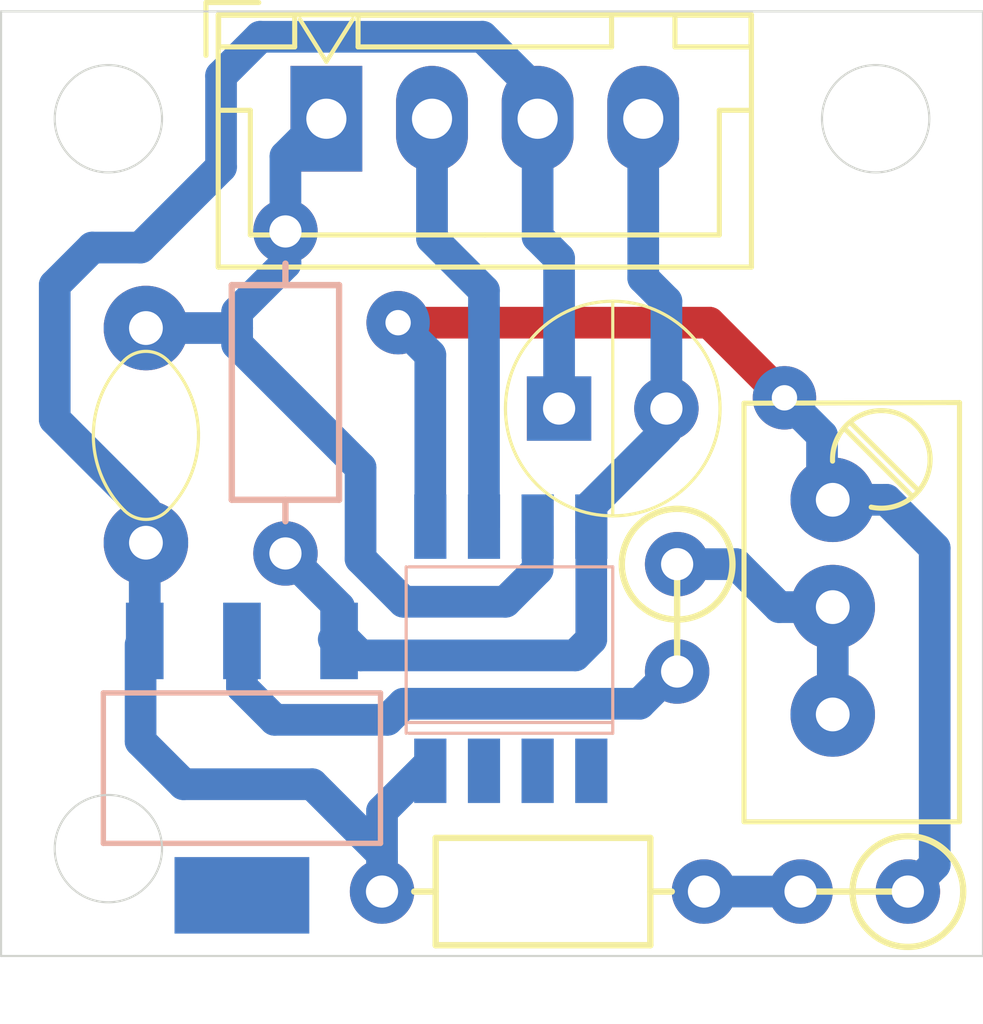
<source format=kicad_pcb>
(kicad_pcb (version 20171130) (host pcbnew "(5.1.5)-3")

  (general
    (thickness 1.6)
    (drawings 7)
    (tracks 79)
    (zones 0)
    (modules 10)
    (nets 9)
  )

  (page A4)
  (layers
    (0 F.Cu signal)
    (31 B.Cu signal)
    (32 B.Adhes user)
    (33 F.Adhes user)
    (34 B.Paste user)
    (35 F.Paste user)
    (36 B.SilkS user)
    (37 F.SilkS user)
    (38 B.Mask user)
    (39 F.Mask user)
    (40 Dwgs.User user)
    (41 Cmts.User user)
    (42 Eco1.User user)
    (43 Eco2.User user)
    (44 Edge.Cuts user)
    (45 Margin user)
    (46 B.CrtYd user)
    (47 F.CrtYd user)
    (48 B.Fab user)
    (49 F.Fab user)
  )

  (setup
    (last_trace_width 0.75)
    (trace_clearance 0.2)
    (zone_clearance 0.508)
    (zone_45_only no)
    (trace_min 0.2)
    (via_size 1.5)
    (via_drill 0.6)
    (via_min_size 0.4)
    (via_min_drill 0.3)
    (uvia_size 0.3)
    (uvia_drill 0.1)
    (uvias_allowed no)
    (uvia_min_size 0.2)
    (uvia_min_drill 0.1)
    (edge_width 0.05)
    (segment_width 0.2)
    (pcb_text_width 0.3)
    (pcb_text_size 1.5 1.5)
    (mod_edge_width 0.12)
    (mod_text_size 1 1)
    (mod_text_width 0.15)
    (pad_size 1.524 1.524)
    (pad_drill 0.762)
    (pad_to_mask_clearance 0.051)
    (solder_mask_min_width 0.25)
    (aux_axis_origin 0 0)
    (visible_elements 7FFFFFFF)
    (pcbplotparams
      (layerselection 0x010fc_ffffffff)
      (usegerberextensions false)
      (usegerberattributes false)
      (usegerberadvancedattributes false)
      (creategerberjobfile false)
      (excludeedgelayer true)
      (linewidth 0.100000)
      (plotframeref false)
      (viasonmask false)
      (mode 1)
      (useauxorigin false)
      (hpglpennumber 1)
      (hpglpenspeed 20)
      (hpglpendiameter 15.000000)
      (psnegative false)
      (psa4output false)
      (plotreference true)
      (plotvalue true)
      (plotinvisibletext false)
      (padsonsilk false)
      (subtractmaskfromsilk false)
      (outputformat 1)
      (mirror false)
      (drillshape 1)
      (scaleselection 1)
      (outputdirectory ""))
  )

  (net 0 "")
  (net 1 GND)
  (net 2 +15V)
  (net 3 "Net-(R2-Pad1)")
  (net 4 "Net-(R2-Pad2)")
  (net 5 "Net-(R4-Pad2)")
  (net 6 "Net-(R4-Pad1)")
  (net 7 /CurProt)
  (net 8 /CurSense)

  (net_class Default "Questo è il gruppo di collegamenti predefinito"
    (clearance 0.2)
    (trace_width 0.75)
    (via_dia 1.5)
    (via_drill 0.6)
    (uvia_dia 0.3)
    (uvia_drill 0.1)
    (add_net +15V)
    (add_net /CurProt)
    (add_net /CurSense)
    (add_net GND)
    (add_net "Net-(R2-Pad1)")
    (add_net "Net-(R2-Pad2)")
    (add_net "Net-(R4-Pad1)")
    (add_net "Net-(R4-Pad2)")
  )

  (module SOIC:SOIC-8 placed (layer B.Cu) (tedit 5E749AF7) (tstamp 5E757512)
    (at 145.034 89.281 180)
    (path /5E7F17EE)
    (fp_text reference U1 (at -3.26 0.3995) (layer Eco1.User)
      (effects (font (size 0.5 0.5) (thickness 0.1)))
    )
    (fp_text value LM393 (at -1.9685 -0.5715) (layer Eco2.User)
      (effects (font (size 0.5 0.5) (thickness 0.1)))
    )
    (fp_line (start 0.5715 -1.9685) (end 0.5715 1.9685) (layer B.SilkS) (width 0.075))
    (fp_line (start -4.318 -1.7145) (end 0.508 -1.7145) (layer B.SilkS) (width 0.075))
    (fp_line (start 0.508 -1.9685) (end -4.318 -1.9685) (layer B.SilkS) (width 0.075))
    (fp_line (start -4.318 1.9685) (end -4.318 -1.9685) (layer B.SilkS) (width 0.075))
    (fp_line (start 0.508 1.9685) (end -4.318 1.9685) (layer B.SilkS) (width 0.075))
    (pad 1 smd rect (at -3.81 -2.8575 180) (size 0.762 1.524) (layers B.Cu B.Paste B.Mask))
    (pad 2 smd rect (at -2.54 -2.8575 180) (size 0.762 1.524) (layers B.Cu B.Paste B.Mask))
    (pad 3 smd rect (at -1.27 -2.8575 180) (size 0.762 1.524) (layers B.Cu B.Paste B.Mask))
    (pad 4 smd rect (at 0 -2.8575 180) (size 0.762 1.524) (layers B.Cu B.Paste B.Mask)
      (net 1 GND))
    (pad 5 smd rect (at 0 2.921 180) (size 0.762 1.524) (layers B.Cu B.Paste B.Mask)
      (net 3 "Net-(R2-Pad1)"))
    (pad 6 smd rect (at -1.27 2.921 180) (size 0.762 1.524) (layers B.Cu B.Paste B.Mask)
      (net 8 /CurSense))
    (pad 7 smd rect (at -2.54 2.921 180) (size 0.762 1.524) (layers B.Cu B.Paste B.Mask)
      (net 7 /CurProt))
    (pad 8 smd rect (at -3.81 2.921 180) (size 0.762 1.524) (layers B.Cu B.Paste B.Mask)
      (net 2 +15V))
    (model ${MODELS}/SOIC-8.wrl
      (offset (xyz -1.9 0 0))
      (scale (xyz 1 1 1))
      (rotate (xyz 0 0 -90))
    )
  )

  (module Condensatori:C_L5_W2.7_P5.08 (layer F.Cu) (tedit 5AC35620) (tstamp 5E75753B)
    (at 138.303 81.661 270)
    (path /5E89F492)
    (fp_text reference C1 (at 1.016 -1.524 90) (layer Eco1.User)
      (effects (font (size 0.5 0.5) (thickness 0.1)))
    )
    (fp_text value 10n (at 2.159 0 90) (layer Eco2.User)
      (effects (font (size 0.5 0.5) (thickness 0.1)))
    )
    (fp_arc (start 2.54 1.27) (end 0.762 -0.508) (angle 90) (layer F.SilkS) (width 0.075))
    (fp_arc (start 3.81 0) (end 4.318 -0.508) (angle 90) (layer F.SilkS) (width 0.075))
    (fp_arc (start 2.54 -1.27) (end 4.318 0.508) (angle 90) (layer F.SilkS) (width 0.075))
    (fp_arc (start 1.27 0) (end 0.762 0.508) (angle 90) (layer F.SilkS) (width 0.075))
    (pad 2 thru_hole circle (at 5.08 0 270) (size 2 2) (drill 0.8) (layers *.Cu *.Mask)
      (net 1 GND))
    (pad 1 thru_hole circle (at 0 0 270) (size 2 2) (drill 0.8) (layers *.Cu *.Mask)
      (net 7 /CurProt))
    (model ${MODELS}/C_L5_W2.7_P5.08.wrl
      (at (xyz 0 0 0))
      (scale (xyz 1 1 1))
      (rotate (xyz 0 0 0))
    )
  )

  (module Condensatori:CP_D5_P2.54 (layer F.Cu) (tedit 5C9C8FE1) (tstamp 5E757554)
    (at 149.352 83.566)
    (descr "Radial Electrolytic Capacitor, Diameter 6.3mm x Length 11.2mm, Pitch 2.5mm")
    (tags "Electrolytic Capacitor")
    (path /5E753560)
    (fp_text reference CP1 (at 0 -3.048) (layer Eco1.User)
      (effects (font (size 1 1) (thickness 0.15)))
    )
    (fp_text value 10u (at -3.175 -1.27 270) (layer Eco2.User)
      (effects (font (size 1 1) (thickness 0.15)))
    )
    (fp_line (start 0 -2.54) (end 0 2.54) (layer F.SilkS) (width 0.075))
    (fp_circle (center 0 0) (end 2.54 0) (layer F.SilkS) (width 0.075))
    (pad 1 thru_hole rect (at -1.27 0) (size 1.524 1.524) (drill 0.762) (layers *.Cu *.Mask)
      (net 1 GND))
    (pad 2 thru_hole circle (at 1.27 0) (size 1.524 1.524) (drill 0.762) (layers *.Cu *.Mask)
      (net 2 +15V))
    (model ${MODELS}/CP_D5_P2.54.wrl
      (offset (xyz -1.269999980926514 0 0))
      (scale (xyz 1 1 1))
      (rotate (xyz 0 0 0))
    )
  )

  (module Resistenze:R_P2.54V (layer F.Cu) (tedit 5C9C95EB) (tstamp 5E749BAF)
    (at 156.337 94.996 180)
    (path /5E8BA787)
    (fp_text reference R2 (at 1.27 -2.31) (layer Eco1.User)
      (effects (font (size 1 1) (thickness 0.15)))
    )
    (fp_text value 56 (at 1.27 -1.905) (layer Eco2.User)
      (effects (font (size 1 1) (thickness 0.15)))
    )
    (fp_line (start 0 0) (end 2.54 0) (layer F.SilkS) (width 0.15))
    (fp_circle (center 0 0) (end 1.31 0) (layer F.SilkS) (width 0.15))
    (pad 2 thru_hole circle (at 2.54 0 180) (size 1.524 1.524) (drill 0.762) (layers *.Cu *.Mask)
      (net 4 "Net-(R2-Pad2)"))
    (pad 1 thru_hole circle (at 0 0 180) (size 1.524 1.524) (drill 0.762) (layers *.Cu *.Mask)
      (net 3 "Net-(R2-Pad1)"))
    (model ${MODELS}/R_P2.54V.wrl
      (at (xyz 0 0 0))
      (scale (xyz 0.393701 0.393701 0.393701))
      (rotate (xyz 0 0 0))
    )
  )

  (module Resistenze:R_P2.54V (layer F.Cu) (tedit 5C9C95EB) (tstamp 5E75757E)
    (at 150.876 87.249 270)
    (path /5E8B65CD)
    (fp_text reference R4 (at 1.27 -2.31 90) (layer Eco1.User)
      (effects (font (size 1 1) (thickness 0.15)))
    )
    (fp_text value 10k (at 1.905 -1.905 90) (layer Eco2.User)
      (effects (font (size 1 1) (thickness 0.15)))
    )
    (fp_line (start 0 0) (end 2.54 0) (layer F.SilkS) (width 0.15))
    (fp_circle (center 0 0) (end 1.31 0) (layer F.SilkS) (width 0.15))
    (pad 2 thru_hole circle (at 2.54 0 270) (size 1.524 1.524) (drill 0.762) (layers *.Cu *.Mask)
      (net 5 "Net-(R4-Pad2)"))
    (pad 1 thru_hole circle (at 0 0 270) (size 1.524 1.524) (drill 0.762) (layers *.Cu *.Mask)
      (net 6 "Net-(R4-Pad1)"))
    (model ${MODELS}/R_P2.54V.wrl
      (at (xyz 0 0 0))
      (scale (xyz 0.393701 0.393701 0.393701))
      (rotate (xyz 0 0 0))
    )
  )

  (module Trimmer:Bourns_3296 (layer F.Cu) (tedit 5E74FAD6) (tstamp 5E7574A4)
    (at 154.559 85.725 90)
    (descr "Spindle Trimmer Potentiometer, Bourns 3296W, https://www.bourns.com/pdfs/3296.pdf")
    (tags "Spindle Trimmer Potentiometer   Bourns 3296W")
    (path /5E8CB911)
    (fp_text reference RV1 (at -5.969 -1.778 90) (layer Eco1.User)
      (effects (font (size 0.5 0.5) (thickness 0.1)))
    )
    (fp_text value 10k (at -6.985 1.27 180) (layer Eco2.User)
      (effects (font (size 0.5 0.5) (thickness 0.1)))
    )
    (fp_line (start 1.691 0.275) (end 0.079 1.885) (layer F.SilkS) (width 0.12))
    (fp_line (start 1.831 0.416) (end 0.22 2.026) (layer F.SilkS) (width 0.12))
    (fp_line (start 2.285 -2.1) (end 2.3 3) (layer F.SilkS) (width 0.12))
    (fp_line (start -7.62 -2.1) (end -7.62 3) (layer F.SilkS) (width 0.12))
    (fp_line (start -7.62 3) (end 2.3 3) (layer F.SilkS) (width 0.12))
    (fp_line (start -7.62 -2.1) (end 2.285 -2.1) (layer F.SilkS) (width 0.12))
    (fp_arc (start 0.955 1.15) (end -0.174 0.91) (angle -103) (layer F.SilkS) (width 0.12))
    (fp_arc (start 0.955 1.15) (end 0.955 2.305) (angle -182) (layer F.SilkS) (width 0.12))
    (pad 3 thru_hole circle (at -5.08 0 90) (size 2 2) (drill 0.8) (layers *.Cu *.Mask)
      (net 6 "Net-(R4-Pad1)"))
    (pad 2 thru_hole circle (at -2.54 0 90) (size 2 2) (drill 0.8) (layers *.Cu *.Mask)
      (net 6 "Net-(R4-Pad1)"))
    (pad 1 thru_hole circle (at 0 0 90) (size 2 2) (drill 0.8) (layers *.Cu *.Mask)
      (net 3 "Net-(R2-Pad1)"))
    (model "${MODELS}/Bourns 3296.wrl"
      (at (xyz 0 0 0))
      (scale (xyz 400 400 400))
      (rotate (xyz -90 0 0))
    )
    (model "${FPRINTS}/3D/bourns 3296.wrl"
      (at (xyz 0 0 0))
      (scale (xyz 1 1 1))
      (rotate (xyz 0 0 0))
    )
  )

  (module SOT:SOT-223 (layer B.Cu) (tedit 5E181920) (tstamp 5E7574CB)
    (at 140.575 92.075 270)
    (path /5E8A9665)
    (fp_text reference U2 (at 0 -0.381 90) (layer Eco1.User)
      (effects (font (size 0.5 0.5) (thickness 0.1)))
    )
    (fp_text value LD1117 (at 0.127 0.508 90) (layer Eco2.User)
      (effects (font (size 0.5 0.5) (thickness 0.1)))
    )
    (fp_line (start 1.78 3.28) (end -1.78 3.28) (layer B.SilkS) (width 0.127))
    (fp_line (start -1.78 3.28) (end -1.78 -3.28) (layer B.SilkS) (width 0.127))
    (fp_line (start -1.78 -3.28) (end 1.78 -3.28) (layer B.SilkS) (width 0.127))
    (fp_line (start 1.78 -3.28) (end 1.78 3.28) (layer B.SilkS) (width 0.127))
    (pad 1 smd rect (at -3.01 2.3 270) (size 1.81 0.89) (layers B.Cu B.Paste B.Mask)
      (net 1 GND))
    (pad 2 smd rect (at -3.01 0 270) (size 1.81 0.89) (layers B.Cu B.Paste B.Mask)
      (net 5 "Net-(R4-Pad2)"))
    (pad 3 smd rect (at -3.01 -2.3 270) (size 1.81 0.89) (layers B.Cu B.Paste B.Mask)
      (net 2 +15V))
    (pad 4 smd rect (at 3.01 0 270) (size 1.81 3.19) (layers B.Cu B.Paste B.Mask))
    (model ${FPRINTS}/3D/SOT-223.STEP
      (offset (xyz -11.25 0.25 -8.5))
      (scale (xyz 1 1 1))
      (rotate (xyz -90 0 180))
    )
  )

  (module Connettori_JST_XH:1x04_P2.54 (layer F.Cu) (tedit 5E74FB9F) (tstamp 5E7571C9)
    (at 142.574 76.708)
    (descr "JST XH series connector, B4B-XH-A (http://www.jst-mfg.com/product/pdf/eng/eXH.pdf), generated with kicad-footprint-generator")
    (tags "connector JST XH vertical")
    (path /5E757EF7)
    (fp_text reference J1 (at -2.032 4.572) (layer Eco1.User)
      (effects (font (size 1 1) (thickness 0.15)))
    )
    (fp_text value OCP (at 3.75 4.6) (layer Eco2.User)
      (effects (font (size 1 1) (thickness 0.15)))
    )
    (fp_line (start -2.85 -2.75) (end -2.85 -1.5) (layer F.SilkS) (width 0.12))
    (fp_line (start -1.6 -2.75) (end -2.85 -2.75) (layer F.SilkS) (width 0.12))
    (fp_line (start 9.3 2.75) (end 3.75 2.75) (layer F.SilkS) (width 0.12))
    (fp_line (start 9.3 -0.2) (end 9.3 2.75) (layer F.SilkS) (width 0.12))
    (fp_line (start 10.05 -0.2) (end 9.3 -0.2) (layer F.SilkS) (width 0.12))
    (fp_line (start -1.8 2.75) (end 3.75 2.75) (layer F.SilkS) (width 0.12))
    (fp_line (start -1.8 -0.2) (end -1.8 2.75) (layer F.SilkS) (width 0.12))
    (fp_line (start -2.55 -0.2) (end -1.8 -0.2) (layer F.SilkS) (width 0.12))
    (fp_line (start 10.05 -2.45) (end 8.25 -2.45) (layer F.SilkS) (width 0.12))
    (fp_line (start 10.05 -1.7) (end 10.05 -2.45) (layer F.SilkS) (width 0.12))
    (fp_line (start 8.25 -1.7) (end 10.05 -1.7) (layer F.SilkS) (width 0.12))
    (fp_line (start 8.25 -2.45) (end 8.25 -1.7) (layer F.SilkS) (width 0.12))
    (fp_line (start -0.75 -2.45) (end -2.55 -2.45) (layer F.SilkS) (width 0.12))
    (fp_line (start -0.75 -1.7) (end -0.75 -2.45) (layer F.SilkS) (width 0.12))
    (fp_line (start -2.55 -1.7) (end -0.75 -1.7) (layer F.SilkS) (width 0.12))
    (fp_line (start -2.55 -2.45) (end -2.55 -1.7) (layer F.SilkS) (width 0.12))
    (fp_line (start 6.75 -2.45) (end 0.75 -2.45) (layer F.SilkS) (width 0.12))
    (fp_line (start 6.75 -1.7) (end 6.75 -2.45) (layer F.SilkS) (width 0.12))
    (fp_line (start 0.75 -1.7) (end 6.75 -1.7) (layer F.SilkS) (width 0.12))
    (fp_line (start 0.75 -2.45) (end 0.75 -1.7) (layer F.SilkS) (width 0.12))
    (fp_line (start 0 -1.35) (end 0.625 -2.35) (layer F.SilkS) (width 0.1))
    (fp_line (start -0.625 -2.35) (end 0 -1.35) (layer F.SilkS) (width 0.1))
    (fp_line (start 10.06 -2.46) (end -2.56 -2.46) (layer F.SilkS) (width 0.12))
    (fp_line (start 10.06 3.51) (end 10.06 -2.46) (layer F.SilkS) (width 0.12))
    (fp_line (start -2.56 3.51) (end 10.06 3.51) (layer F.SilkS) (width 0.12))
    (fp_line (start -2.56 -2.46) (end -2.56 3.51) (layer F.SilkS) (width 0.12))
    (pad 4 thru_hole oval (at 7.5 0) (size 1.7 2.5) (drill 0.95) (layers *.Cu *.Mask)
      (net 2 +15V))
    (pad 3 thru_hole oval (at 5 0) (size 1.7 2.5) (drill 0.95) (layers *.Cu *.Mask)
      (net 1 GND))
    (pad 2 thru_hole oval (at 2.5 0) (size 1.7 2.5) (drill 0.95) (layers *.Cu *.Mask)
      (net 8 /CurSense))
    (pad 1 thru_hole rect (at 0 0) (size 1.7 2.5) (drill 0.95) (layers *.Cu *.Mask)
      (net 7 /CurProt))
    (model ${MODELS}/JST_XH_1x04_P2.54.wrl
      (at (xyz 0 0 0))
      (scale (xyz 1 1 1))
      (rotate (xyz 0 0 0))
    )
  )

  (module Resistenze:R_P7.62H (layer F.Cu) (tedit 5C9C95DE) (tstamp 5E7574EC)
    (at 147.701 94.996 180)
    (descr "Resistor, Axial,  RM 10mm, 1/3W")
    (tags "Resistor Axial RM 10mm 1/3W")
    (path /5E9105C9)
    (fp_text reference R3 (at -0.508 -2.032) (layer Eco1.User)
      (effects (font (size 1 1) (thickness 0.15)))
    )
    (fp_text value 1k (at -0.508 0) (layer Eco2.User)
      (effects (font (size 1 1) (thickness 0.15)))
    )
    (fp_line (start 2.54 0) (end 3.048 0) (layer F.SilkS) (width 0.15))
    (fp_line (start -2.54 0) (end -3.048 0) (layer F.SilkS) (width 0.15))
    (fp_line (start -2.54 -1.27) (end -2.54 1.27) (layer F.SilkS) (width 0.15))
    (fp_line (start -2.54 1.27) (end 2.54 1.27) (layer F.SilkS) (width 0.15))
    (fp_line (start 2.54 1.27) (end 2.54 -1.27) (layer F.SilkS) (width 0.15))
    (fp_line (start 2.54 -1.27) (end -2.54 -1.27) (layer F.SilkS) (width 0.15))
    (pad 1 thru_hole circle (at -3.81 0 180) (size 1.524 1.524) (drill 0.762) (layers *.Cu *.Mask)
      (net 4 "Net-(R2-Pad2)"))
    (pad 2 thru_hole circle (at 3.81 0 180) (size 1.524 1.524) (drill 0.762) (layers *.Cu *.Mask)
      (net 1 GND))
    (model ${MODELS}/R_P7.62H.wrl
      (offset (xyz -3.809999942779541 0 0))
      (scale (xyz 0.4 0.4 0.4))
      (rotate (xyz 0 0 0))
    )
  )

  (module Resistenze:R_P7.62H (layer B.Cu) (tedit 5C9C95DE) (tstamp 5E757AD5)
    (at 141.605 83.185 90)
    (descr "Resistor, Axial,  RM 10mm, 1/3W")
    (tags "Resistor Axial RM 10mm 1/3W")
    (path /5E88C096)
    (fp_text reference R1 (at -0.508 2.032 270) (layer Eco1.User)
      (effects (font (size 1 1) (thickness 0.15)))
    )
    (fp_text value 2k2 (at -0.508 0 270) (layer Eco2.User)
      (effects (font (size 1 1) (thickness 0.15)))
    )
    (fp_line (start 2.54 0) (end 3.048 0) (layer B.SilkS) (width 0.15))
    (fp_line (start -2.54 0) (end -3.048 0) (layer B.SilkS) (width 0.15))
    (fp_line (start -2.54 1.27) (end -2.54 -1.27) (layer B.SilkS) (width 0.15))
    (fp_line (start -2.54 -1.27) (end 2.54 -1.27) (layer B.SilkS) (width 0.15))
    (fp_line (start 2.54 -1.27) (end 2.54 1.27) (layer B.SilkS) (width 0.15))
    (fp_line (start 2.54 1.27) (end -2.54 1.27) (layer B.SilkS) (width 0.15))
    (pad 1 thru_hole circle (at -3.81 0 90) (size 1.524 1.524) (drill 0.762) (layers *.Cu *.Mask)
      (net 2 +15V))
    (pad 2 thru_hole circle (at 3.81 0 90) (size 1.524 1.524) (drill 0.762) (layers *.Cu *.Mask)
      (net 7 /CurProt))
    (model ${MODELS}/R_P7.62H.wrl
      (offset (xyz -3.809999942779541 0 0))
      (scale (xyz 0.4 0.4 0.4))
      (rotate (xyz 0 0 0))
    )
  )

  (gr_circle (center 155.575 76.708) (end 156.845 76.708) (layer Edge.Cuts) (width 0.05))
  (gr_circle (center 137.414 93.98) (end 136.144 93.98) (layer Edge.Cuts) (width 0.05))
  (gr_circle (center 137.414 76.708) (end 136.144 76.708) (layer Edge.Cuts) (width 0.05))
  (gr_line (start 134.874 96.52) (end 134.874 74.168) (layer Edge.Cuts) (width 0.05) (tstamp 5E74A755))
  (gr_line (start 158.115 96.52) (end 134.874 96.52) (layer Edge.Cuts) (width 0.05))
  (gr_line (start 158.115 74.168) (end 158.115 96.52) (layer Edge.Cuts) (width 0.05))
  (gr_line (start 134.874 74.168) (end 158.115 74.168) (layer Edge.Cuts) (width 0.05) (tstamp 5E757C1C))

  (segment (start 143.891 94.996) (end 143.891 94.107) (width 0.75) (layer B.Cu) (net 1) (status 10))
  (segment (start 143.891 94.107) (end 142.24 92.456) (width 0.75) (layer B.Cu) (net 1))
  (segment (start 142.24 92.456) (end 139.192 92.456) (width 0.75) (layer B.Cu) (net 1))
  (segment (start 139.192 92.456) (end 138.176 91.44) (width 0.75) (layer B.Cu) (net 1))
  (segment (start 138.176 91.44) (end 138.176 89.154) (width 0.75) (layer B.Cu) (net 1) (status 20))
  (segment (start 143.891 94.996) (end 143.891 93.091) (width 0.75) (layer B.Cu) (net 1) (status 10))
  (segment (start 143.891 93.091) (end 144.907 92.075) (width 0.75) (layer B.Cu) (net 1) (status 20))
  (segment (start 138.275 89.065) (end 138.275 86.769) (width 0.75) (layer B.Cu) (net 1) (status 30))
  (segment (start 138.275 86.769) (end 138.303 86.741) (width 0.75) (layer B.Cu) (net 1) (status 30))
  (segment (start 148.082 83.566) (end 148.082 83.058) (width 0.75) (layer B.Cu) (net 1))
  (segment (start 136.144 80.645) (end 136.144 83.82) (width 0.75) (layer B.Cu) (net 1))
  (segment (start 138.303 85.979) (end 138.303 86.741) (width 0.75) (layer B.Cu) (net 1))
  (segment (start 138.176 79.756) (end 137.033 79.756) (width 0.75) (layer B.Cu) (net 1))
  (segment (start 137.033 79.756) (end 136.144 80.645) (width 0.75) (layer B.Cu) (net 1))
  (segment (start 136.144 83.82) (end 138.303 85.979) (width 0.75) (layer B.Cu) (net 1))
  (segment (start 138.176 79.756) (end 140.081 77.851) (width 0.75) (layer B.Cu) (net 1))
  (segment (start 140.081 77.851) (end 140.081 75.692) (width 0.75) (layer B.Cu) (net 1))
  (segment (start 140.081 75.692) (end 141.00499 74.76801) (width 0.75) (layer B.Cu) (net 1))
  (segment (start 141.00499 74.76801) (end 146.26901 74.76801) (width 0.75) (layer B.Cu) (net 1))
  (segment (start 146.26901 74.76801) (end 147.447 75.946) (width 0.75) (layer B.Cu) (net 1))
  (segment (start 147.447 75.946) (end 147.447 76.581) (width 0.75) (layer B.Cu) (net 1))
  (segment (start 147.447 76.581) (end 147.574 76.708) (width 0.75) (layer B.Cu) (net 1))
  (segment (start 148.082 83.566) (end 148.082 80.01) (width 0.75) (layer B.Cu) (net 1))
  (segment (start 148.082 80.01) (end 147.574 79.502) (width 0.75) (layer B.Cu) (net 1))
  (segment (start 147.574 76.708) (end 147.574 79.502) (width 0.75) (layer B.Cu) (net 1))
  (segment (start 142.875 88.9) (end 142.748 89.027) (width 0.75) (layer B.Cu) (net 2) (status 30))
  (segment (start 150.622 83.566) (end 150.622 84.074) (width 0.75) (layer B.Cu) (net 2) (status 30))
  (segment (start 150.622 84.074) (end 148.844 85.852) (width 0.75) (layer B.Cu) (net 2) (status 30))
  (segment (start 148.844 85.852) (end 148.844 86.487) (width 0.75) (layer B.Cu) (net 2) (status 30))
  (segment (start 142.875 88.265) (end 142.875 88.9) (width 0.75) (layer B.Cu) (net 2))
  (segment (start 141.605 86.995) (end 142.875 88.265) (width 0.75) (layer B.Cu) (net 2))
  (segment (start 150.622 83.312) (end 150.622 83.566) (width 0.75) (layer B.Cu) (net 2))
  (segment (start 143.383 89.408) (end 142.875 88.9) (width 0.75) (layer B.Cu) (net 2))
  (segment (start 148.463 89.408) (end 143.383 89.408) (width 0.75) (layer B.Cu) (net 2))
  (segment (start 148.844 86.36) (end 148.844 89.027) (width 0.75) (layer B.Cu) (net 2))
  (segment (start 148.844 89.027) (end 148.463 89.408) (width 0.75) (layer B.Cu) (net 2))
  (segment (start 150.074 76.708) (end 150.074 80.478) (width 0.75) (layer B.Cu) (net 2))
  (segment (start 150.074 80.478) (end 150.622 81.026) (width 0.75) (layer B.Cu) (net 2))
  (segment (start 150.622 81.026) (end 150.622 83.566) (width 0.75) (layer B.Cu) (net 2))
  (via (at 144.272 81.534) (size 1.5) (drill 0.6) (layers F.Cu B.Cu) (net 3))
  (segment (start 145.034 86.36) (end 145.034 82.296) (width 0.75) (layer B.Cu) (net 3))
  (segment (start 145.034 82.296) (end 144.272 81.534) (width 0.75) (layer B.Cu) (net 3))
  (segment (start 155.829 85.725) (end 154.559 85.725) (width 0.75) (layer B.Cu) (net 3))
  (segment (start 156.972 86.868) (end 155.829 85.725) (width 0.75) (layer B.Cu) (net 3))
  (segment (start 156.337 94.996) (end 156.972 94.361) (width 0.75) (layer B.Cu) (net 3))
  (segment (start 156.972 94.361) (end 156.972 86.868) (width 0.75) (layer B.Cu) (net 3))
  (segment (start 151.638 81.534) (end 153.416 83.312) (width 0.75) (layer F.Cu) (net 3))
  (segment (start 153.416 83.312) (end 154.305 84.201) (width 0.75) (layer B.Cu) (net 3))
  (via (at 153.416 83.312) (size 1.5) (drill 0.6) (layers F.Cu B.Cu) (net 3))
  (segment (start 154.305 84.201) (end 154.305 85.471) (width 0.75) (layer B.Cu) (net 3))
  (segment (start 154.305 85.471) (end 154.559 85.725) (width 0.75) (layer B.Cu) (net 3))
  (segment (start 144.272 81.534) (end 151.638 81.534) (width 0.75) (layer F.Cu) (net 3))
  (segment (start 151.511 94.996) (end 153.797 94.996) (width 0.75) (layer B.Cu) (net 4) (status 30))
  (segment (start 149.987 90.551) (end 150.749 89.789) (width 0.75) (layer B.Cu) (net 5))
  (segment (start 140.575 90.156) (end 141.351 90.932) (width 0.75) (layer B.Cu) (net 5))
  (segment (start 141.351 90.932) (end 144.018 90.932) (width 0.75) (layer B.Cu) (net 5))
  (segment (start 140.575 89.065) (end 140.575 90.156) (width 0.75) (layer B.Cu) (net 5))
  (segment (start 144.018 90.932) (end 144.399 90.551) (width 0.75) (layer B.Cu) (net 5))
  (segment (start 144.399 90.551) (end 149.987 90.551) (width 0.75) (layer B.Cu) (net 5))
  (segment (start 150.876 87.249) (end 152.273 87.249) (width 0.75) (layer B.Cu) (net 6) (status 10))
  (segment (start 152.273 87.249) (end 153.289 88.265) (width 0.75) (layer B.Cu) (net 6))
  (segment (start 153.289 88.265) (end 154.559 88.265) (width 0.75) (layer B.Cu) (net 6) (status 20))
  (segment (start 154.559 88.265) (end 154.559 90.805) (width 0.75) (layer B.Cu) (net 6) (status 30))
  (segment (start 138.303 81.661) (end 140.462 81.661) (width 0.75) (layer B.Cu) (net 7))
  (segment (start 147.574 86.36) (end 147.574 87.376) (width 0.75) (layer B.Cu) (net 7))
  (segment (start 147.574 87.376) (end 146.812 88.138) (width 0.75) (layer B.Cu) (net 7))
  (segment (start 146.812 88.138) (end 144.399 88.138) (width 0.75) (layer B.Cu) (net 7))
  (segment (start 144.399 88.138) (end 143.383 87.122) (width 0.75) (layer B.Cu) (net 7))
  (segment (start 143.383 87.122) (end 143.383 84.963) (width 0.75) (layer B.Cu) (net 7))
  (segment (start 140.462 82.042) (end 140.462 81.661) (width 0.75) (layer B.Cu) (net 7))
  (segment (start 143.383 84.963) (end 140.462 82.042) (width 0.75) (layer B.Cu) (net 7))
  (segment (start 140.462 81.661) (end 140.462 81.28) (width 0.75) (layer B.Cu) (net 7))
  (segment (start 140.462 81.28) (end 141.605 80.137) (width 0.75) (layer B.Cu) (net 7))
  (segment (start 141.605 80.137) (end 141.605 77.597) (width 0.75) (layer B.Cu) (net 7))
  (segment (start 141.605 77.597) (end 142.494 76.708) (width 0.75) (layer B.Cu) (net 7))
  (segment (start 146.304 81.153) (end 146.304 86.36) (width 0.75) (layer B.Cu) (net 8))
  (segment (start 146.304 80.772) (end 146.304 81.153) (width 0.75) (layer B.Cu) (net 8))
  (segment (start 145.074 76.708) (end 145.074 79.542) (width 0.75) (layer B.Cu) (net 8))
  (segment (start 145.074 79.542) (end 146.304 80.772) (width 0.75) (layer B.Cu) (net 8))

)

</source>
